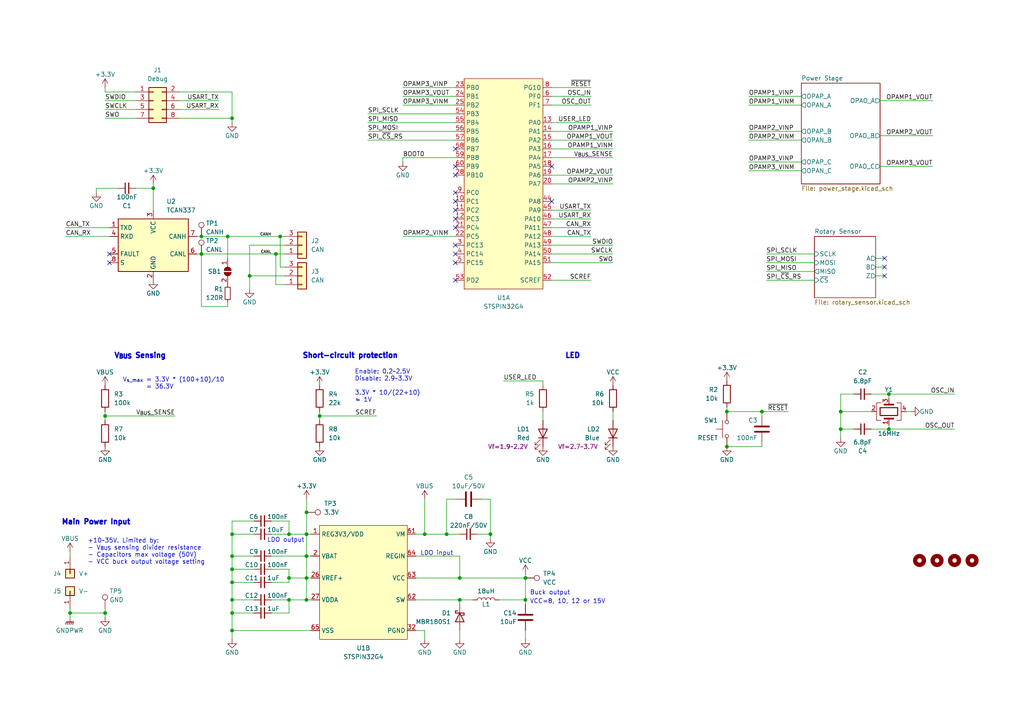
<source format=kicad_sch>
(kicad_sch (version 20230121) (generator eeschema)
  (paper "A4")
  (title_block (title "moco-SC1") (rev "1.0") (comment 1 "BLDC motor controller/driver") (comment 2 "STSPIN32G4 MCU/Gate driver and CSD88584Q5DC Dual N-MOSFET") (comment 3 "MIT license (Open source hardware)") (comment 4 "https://github.com/ziteh/moco"))
  (lib_symbols
    (symbol "Connector:TestPoint" (pin_numbers hide) (pin_names (offset 0.762) hide)
      (property "Reference" "TP" (at 0 6.858 0))
      (property "Value" "TestPoint" (at 0 5.08 0))
      (symbol "TestPoint_1_1"
        (pin passive line (at 0 0 90) (length 2.54) (name "1") (number "1"))
      )
    )
    (symbol "Connector_Generic:Conn_01x01" (pin_names (offset 1.016) hide)
      (property "Reference" "J" (at 0 2.54 0))
      (property "Value" "Conn_01x01" (at 0 -2.54 0))
      (symbol "Conn_01x01_1_1"
        (pin passive line (at -5.08 0 0) (length 3.81) (name "Pin_1") (number "1"))
      )
    )
    (symbol "Connector_Generic:Conn_01x03" (pin_names (offset 1.016) hide)
      (property "Reference" "J" (at 0 5.08 0))
      (property "Value" "Conn_01x03" (at 0 -5.08 0))
      (symbol "Conn_01x03_1_1"
        (pin passive line (at -5.08 2.54 0) (length 3.81) (name "Pin_1") (number "1"))
        (pin passive line (at -5.08 0 0) (length 3.81) (name "Pin_2") (number "2"))
        (pin passive line (at -5.08 -2.54 0) (length 3.81) (name "Pin_3") (number "3"))
      )
    )
    (symbol "Connector_Generic:Conn_02x04_Odd_Even" (pin_names (offset 1.016) hide)
      (property "Reference" "J" (at 1.27 5.08 0))
      (property "Value" "Conn_02x04_Odd_Even" (at 1.27 -7.62 0))
      (symbol "Conn_02x04_Odd_Even_1_1"
        (pin passive line (at -5.08 2.54 0) (length 3.81) (name "Pin_1") (number "1"))
        (pin passive line (at 7.62 2.54 180) (length 3.81) (name "Pin_2") (number "2"))
        (pin passive line (at -5.08 0 0) (length 3.81) (name "Pin_3") (number "3"))
        (pin passive line (at 7.62 0 180) (length 3.81) (name "Pin_4") (number "4"))
        (pin passive line (at -5.08 -2.54 0) (length 3.81) (name "Pin_5") (number "5"))
        (pin passive line (at 7.62 -2.54 180) (length 3.81) (name "Pin_6") (number "6"))
        (pin passive line (at -5.08 -5.08 0) (length 3.81) (name "Pin_7") (number "7"))
        (pin passive line (at 7.62 -5.08 180) (length 3.81) (name "Pin_8") (number "8"))
      )
    )
    (symbol "Device:C" (pin_numbers hide) (pin_names (offset 0.254))
      (property "Reference" "C" (at 0.635 2.54 0))
      (property "Value" "C" (at 0.635 -2.54 0))
      (symbol "C_1_1"
        (pin passive line (at 0 3.81 270) (length 2.794) (name "~") (number "1"))
        (pin passive line (at 0 -3.81 90) (length 2.794) (name "~") (number "2"))
      )
    )
    (symbol "Device:C_Small" (pin_numbers hide) (pin_names (offset 0.254) hide)
      (property "Reference" "C" (at 0.254 1.778 0))
      (property "Value" "C_Small" (at 0.254 -2.032 0))
      (symbol "C_Small_1_1"
        (pin passive line (at 0 2.54 270) (length 2.032) (name "~") (number "1"))
        (pin passive line (at 0 -2.54 90) (length 2.032) (name "~") (number "2"))
      )
    )
    (symbol "Device:Crystal_GND24" (pin_names (offset 1.016) hide)
      (property "Reference" "Y" (at 3.175 5.08 0))
      (property "Value" "Crystal_GND24" (at 3.175 3.175 0))
      (symbol "Crystal_GND24_1_1"
        (pin passive line (at -3.81 0 0) (length 1.27) (name "1") (number "1"))
        (pin passive line (at 0 5.08 270) (length 1.27) (name "2") (number "2"))
        (pin passive line (at 3.81 0 180) (length 1.27) (name "3") (number "3"))
        (pin passive line (at 0 -5.08 90) (length 1.27) (name "4") (number "4"))
      )
    )
    (symbol "Device:L" (pin_numbers hide) (pin_names (offset 1.016) hide)
      (property "Reference" "L" (at -1.27 0 90))
      (property "Value" "L" (at 1.905 0 90))
      (symbol "L_1_1"
        (pin passive line (at 0 3.81 270) (length 1.27) (name "1") (number "1"))
        (pin passive line (at 0 -3.81 90) (length 1.27) (name "2") (number "2"))
      )
    )
    (symbol "Device:LED" (pin_numbers hide) (pin_names (offset 1.016) hide)
      (property "Reference" "D" (at 0 2.54 0))
      (property "Value" "LED" (at 0 -2.54 0))
      (symbol "LED_1_1"
        (pin passive line (at -3.81 0 0) (length 2.54) (name "K") (number "1"))
        (pin passive line (at 3.81 0 180) (length 2.54) (name "A") (number "2"))
      )
    )
    (symbol "Device:R" (pin_numbers hide) (pin_names (offset 0))
      (property "Reference" "R" (at 2.032 0 90))
      (property "Value" "R" (at 0 0 90))
      (symbol "R_1_1"
        (pin passive line (at 0 3.81 270) (length 1.27) (name "~") (number "1"))
        (pin passive line (at 0 -3.81 90) (length 1.27) (name "~") (number "2"))
      )
    )
    (symbol "Device:R_Small" (pin_numbers hide) (pin_names (offset 0.254) hide)
      (property "Reference" "R" (at 0.762 0.508 0))
      (property "Value" "R_Small" (at 0.762 -1.016 0))
      (symbol "R_Small_1_1"
        (pin passive line (at 0 2.54 270) (length 0.762) (name "~") (number "1"))
        (pin passive line (at 0 -2.54 90) (length 0.762) (name "~") (number "2"))
      )
    )
    (symbol "Diode:1N6857UR" (pin_numbers hide) (pin_names (offset 1.016) hide)
      (property "Reference" "D" (at 0 2.54 0))
      (property "Value" "1N6857UR" (at 0 -2.54 0))
      (symbol "1N6857UR_1_1"
        (pin passive line (at -3.81 0 0) (length 2.54) (name "K") (number "1"))
        (pin passive line (at 3.81 0 180) (length 2.54) (name "A") (number "2"))
      )
    )
    (symbol "Interface_CAN_LIN:TCAN337"
      (property "Reference" "U" (at -10.16 8.89 0))
      (property "Value" "TCAN337" (at 2.54 8.89 0))
      (symbol "TCAN337_1_1"
        (pin input line (at -12.7 5.08 0) (length 2.54) (name "TXD") (number "1"))
        (pin power_in line (at 0 -10.16 90) (length 2.54) (name "GND") (number "2"))
        (pin power_in line (at 0 10.16 270) (length 2.54) (name "VCC") (number "3"))
        (pin tri_state line (at -12.7 2.54 0) (length 2.54) (name "RXD") (number "4"))
        (pin open_collector line (at -12.7 -2.54 0) (length 2.54) (name "FAULT") (number "5"))
        (pin bidirectional line (at 12.7 -2.54 180) (length 2.54) (name "CANL") (number "6"))
        (pin bidirectional line (at 12.7 2.54 180) (length 2.54) (name "CANH") (number "7"))
        (pin input line (at -12.7 -5.08 0) (length 2.54) (name "S") (number "8"))
      )
    )
    (symbol "Jumper:SolderJumper_2_Open" (pin_names (offset 0) hide)
      (property "Reference" "JP" (at 0 2.032 0))
      (property "Value" "SolderJumper_2_Open" (at 0 -2.54 0))
      (symbol "SolderJumper_2_Open_1_1"
        (pin passive line (at -3.81 0 0) (length 2.54) (name "A") (number "1"))
        (pin passive line (at 3.81 0 180) (length 2.54) (name "B") (number "2"))
      )
    )
    (symbol "Mechanical:MountingHole" (pin_names (offset 1.016))
      (property "Reference" "H" (at 0 5.08 0))
      (property "Value" "MountingHole" (at 0 3.175 0))
    )
    (symbol "STSPIN32G4_1"
      (property "Reference" "U" (at 0 -12.7 0))
      (property "Value" "STSPIN32G4" (at 0 -15.24 0))
      (symbol "STSPIN32G4_1_1_0"
        (pin bidirectional line (at -13.97 -5.08 0) (length 2.54) (name "PC1") (number "10"))
        (pin bidirectional line (at -13.97 -7.62 0) (length 2.54) (name "PC2") (number "11"))
        (pin bidirectional line (at -13.97 -10.16 0) (length 2.54) (name "PC3") (number "12"))
        (pin bidirectional line (at 13.97 17.78 180) (length 2.54) (name "PA0") (number "13"))
        (pin bidirectional line (at 13.97 15.24 180) (length 2.54) (name "PA1") (number "14"))
        (pin bidirectional line (at 13.97 12.7 180) (length 2.54) (name "PA2") (number "15"))
        (pin bidirectional line (at 13.97 10.16 180) (length 2.54) (name "PA3") (number "16"))
        (pin bidirectional line (at 13.97 7.62 180) (length 2.54) (name "PA4") (number "17"))
        (pin bidirectional line (at 13.97 5.08 180) (length 2.54) (name "PA5") (number "18"))
        (pin bidirectional line (at 13.97 2.54 180) (length 2.54) (name "PA6") (number "19"))
        (pin bidirectional line (at 13.97 0 180) (length 2.54) (name "PA7") (number "20"))
        (pin bidirectional line (at -13.97 -12.7 0) (length 2.54) (name "PC4") (number "21"))
        (pin bidirectional line (at -13.97 -15.24 0) (length 2.54) (name "PC5") (number "22"))
        (pin bidirectional line (at -13.97 27.94 0) (length 2.54) (name "PB0") (number "23"))
        (pin bidirectional line (at -13.97 25.4 0) (length 2.54) (name "PB1") (number "24"))
        (pin bidirectional line (at -13.97 22.86 0) (length 2.54) (name "PB2") (number "25"))
        (pin bidirectional line (at -13.97 2.54 0) (length 2.54) (name "PB10") (number "28"))
        (pin bidirectional line (at -13.97 -17.78 0) (length 2.54) (name "PC13") (number "3"))
        (pin no_connect line (at -1.27 -33.02 90) (length 2.54) hide (name "NC") (number "33"))
        (pin no_connect line (at 1.27 -33.02 90) (length 2.54) hide (name "NC") (number "34"))
        (pin bidirectional line (at -13.97 -20.32 0) (length 2.54) (name "PC14") (number "4"))
        (pin bidirectional line (at 13.97 -5.08 180) (length 2.54) (name "PA8") (number "44"))
        (pin bidirectional line (at 13.97 -7.62 180) (length 2.54) (name "PA9") (number "45"))
        (pin bidirectional line (at 13.97 -10.16 180) (length 2.54) (name "PA10") (number "46"))
        (pin bidirectional line (at 13.97 -12.7 180) (length 2.54) (name "PA11") (number "47"))
        (pin bidirectional line (at 13.97 -15.24 180) (length 2.54) (name "PA12") (number "48"))
        (pin bidirectional line (at 13.97 -17.78 180) (length 2.54) (name "PA13") (number "49"))
        (pin bidirectional line (at -13.97 -22.86 0) (length 2.54) (name "PC15") (number "5"))
        (pin bidirectional line (at 13.97 -20.32 180) (length 2.54) (name "PA14") (number "50"))
        (pin bidirectional line (at 13.97 -22.86 180) (length 2.54) (name "PA15") (number "51"))
        (pin bidirectional line (at 13.97 -27.94 180) (length 2.54) (name "SCREF") (number "52"))
        (pin bidirectional line (at -13.97 -27.94 0) (length 2.54) (name "PD2") (number "53"))
        (pin bidirectional line (at -13.97 20.32 0) (length 2.54) (name "PB3") (number "54"))
        (pin bidirectional line (at -13.97 17.78 0) (length 2.54) (name "PB4") (number "55"))
        (pin bidirectional line (at -13.97 15.24 0) (length 2.54) (name "PB5") (number "56"))
        (pin bidirectional line (at -13.97 12.7 0) (length 2.54) (name "PB6") (number "57"))
        (pin bidirectional line (at -13.97 10.16 0) (length 2.54) (name "PB7") (number "58"))
        (pin bidirectional line (at -13.97 7.62 0) (length 2.54) (name "PB8") (number "59"))
        (pin bidirectional line (at 13.97 25.4 180) (length 2.54) (name "PF0") (number "6"))
        (pin bidirectional line (at -13.97 5.08 0) (length 2.54) (name "PB9") (number "60"))
        (pin bidirectional line (at 13.97 22.86 180) (length 2.54) (name "PF1") (number "7"))
        (pin bidirectional line (at 13.97 27.94 180) (length 2.54) (name "PG10") (number "8"))
        (pin bidirectional line (at -13.97 -2.54 0) (length 2.54) (name "PC0") (number "9"))
      )
      (symbol "STSPIN32G4_1_2_0"
        (pin power_out line (at -15.24 13.97 0) (length 2.54) (name "REG3V3/VDD") (number "1"))
        (pin power_in line (at -15.24 7.62 0) (length 2.54) (name "VBAT") (number "2"))
        (pin power_in line (at -15.24 1.27 0) (length 2.54) (name "VREF+") (number "26"))
        (pin power_in line (at -15.24 -5.08 0) (length 2.54) (name "VDDA") (number "27"))
        (pin power_in line (at 15.24 -13.97 180) (length 2.54) (name "PGND") (number "32"))
        (pin power_in line (at 15.24 13.97 180) (length 2.54) (name "VM") (number "61"))
        (pin power_out line (at 15.24 -5.08 180) (length 2.54) (name "SW") (number "62"))
        (pin power_in line (at 15.24 1.27 180) (length 2.54) (name "VCC") (number "63"))
        (pin power_in line (at 15.24 7.62 180) (length 2.54) (name "REGIN") (number "64"))
        (pin power_in line (at -15.24 -13.97 0) (length 2.54) (name "VSS") (number "65"))
      )
      (symbol "STSPIN32G4_1_3_0"
        (pin output line (at 8.89 -7.62 180) (length 2.54) (name "GLS1") (number "29"))
        (pin power_out line (at 8.89 7.62 180) (length 2.54) (name "BOOT1") (number "41"))
        (pin power_out line (at 8.89 -2.54 180) (length 2.54) (name "OUT1") (number "42"))
        (pin output line (at 8.89 2.54 180) (length 2.54) (name "GHS1") (number "43"))
      )
      (symbol "STSPIN32G4_1_4_0"
        (pin output line (at 8.89 -7.62 180) (length 2.54) (name "GLS2") (number "30"))
        (pin power_out line (at 8.89 7.62 180) (length 2.54) (name "BOOT2") (number "38"))
        (pin power_out line (at 8.89 -2.54 180) (length 2.54) (name "OUT2") (number "39"))
        (pin output line (at 8.89 2.54 180) (length 2.54) (name "GHS2") (number "40"))
      )
      (symbol "STSPIN32G4_1_5_0"
        (pin output line (at 8.89 -7.62 180) (length 2.54) (name "GLS3") (number "31"))
        (pin power_out line (at 8.89 7.62 180) (length 2.54) (name "BOOT3") (number "35"))
        (pin power_out line (at 8.89 -2.54 180) (length 2.54) (name "OUT3") (number "36"))
        (pin output line (at 8.89 2.54 180) (length 2.54) (name "GHS3") (number "37"))
      )
    )
    (symbol "Switch:SW_Push" (pin_numbers hide) (pin_names (offset 1.016) hide)
      (property "Reference" "SW" (at 1.27 2.54 0))
      (property "Value" "SW_Push" (at 0 -1.524 0))
      (symbol "SW_Push_0_1"
        (pin passive line (at -5.08 0 0) (length 2.54) (name "1") (number "1"))
        (pin passive line (at 5.08 0 180) (length 2.54) (name "2") (number "2"))
      )
    )
    (symbol "moco:STSPIN32G4"
      (property "Reference" "U" (at 0 -12.7 0))
      (property "Value" "STSPIN32G4" (at 0 -15.24 0))
      (symbol "STSPIN32G4_1_0"
        (pin bidirectional line (at -13.97 -5.08 0) (length 2.54) (name "PC1") (number "10"))
        (pin bidirectional line (at -13.97 -7.62 0) (length 2.54) (name "PC2") (number "11"))
        (pin bidirectional line (at -13.97 -10.16 0) (length 2.54) (name "PC3") (number "12"))
        (pin bidirectional line (at 13.97 17.78 180) (length 2.54) (name "PA0") (number "13"))
        (pin bidirectional line (at 13.97 15.24 180) (length 2.54) (name "PA1") (number "14"))
        (pin bidirectional line (at 13.97 12.7 180) (length 2.54) (name "PA2") (number "15"))
        (pin bidirectional line (at 13.97 10.16 180) (length 2.54) (name "PA3") (number "16"))
        (pin bidirectional line (at 13.97 7.62 180) (length 2.54) (name "PA4") (number "17"))
        (pin bidirectional line (at 13.97 5.08 180) (length 2.54) (name "PA5") (number "18"))
        (pin bidirectional line (at 13.97 2.54 180) (length 2.54) (name "PA6") (number "19"))
        (pin bidirectional line (at 13.97 0 180) (length 2.54) (name "PA7") (number "20"))
        (pin bidirectional line (at -13.97 -12.7 0) (length 2.54) (name "PC4") (number "21"))
        (pin bidirectional line (at -13.97 -15.24 0) (length 2.54) (name "PC5") (number "22"))
        (pin bidirectional line (at -13.97 27.94 0) (length 2.54) (name "PB0") (number "23"))
        (pin bidirectional line (at -13.97 25.4 0) (length 2.54) (name "PB1") (number "24"))
        (pin bidirectional line (at -13.97 22.86 0) (length 2.54) (name "PB2") (number "25"))
        (pin bidirectional line (at -13.97 2.54 0) (length 2.54) (name "PB10") (number "28"))
        (pin bidirectional line (at -13.97 -17.78 0) (length 2.54) (name "PC13") (number "3"))
        (pin no_connect line (at -1.27 -33.02 90) (length 2.54) hide (name "NC") (number "33"))
        (pin no_connect line (at 1.27 -33.02 90) (length 2.54) hide (name "NC") (number "34"))
        (pin bidirectional line (at -13.97 -20.32 0) (length 2.54) (name "PC14") (number "4"))
        (pin bidirectional line (at 13.97 -5.08 180) (length 2.54) (name "PA8") (number "44"))
        (pin bidirectional line (at 13.97 -7.62 180) (length 2.54) (name "PA9") (number "45"))
        (pin bidirectional line (at 13.97 -10.16 180) (length 2.54) (name "PA10") (number "46"))
        (pin bidirectional line (at 13.97 -12.7 180) (length 2.54) (name "PA11") (number "47"))
        (pin bidirectional line (at 13.97 -15.24 180) (length 2.54) (name "PA12") (number "48"))
        (pin bidirectional line (at 13.97 -17.78 180) (length 2.54) (name "PA13") (number "49"))
        (pin bidirectional line (at -13.97 -22.86 0) (length 2.54) (name "PC15") (number "5"))
        (pin bidirectional line (at 13.97 -20.32 180) (length 2.54) (name "PA14") (number "50"))
        (pin bidirectional line (at 13.97 -22.86 180) (length 2.54) (name "PA15") (number "51"))
        (pin bidirectional line (at 13.97 -27.94 180) (length 2.54) (name "SCREF") (number "52"))
        (pin bidirectional line (at -13.97 -27.94 0) (length 2.54) (name "PD2") (number "53"))
        (pin bidirectional line (at -13.97 20.32 0) (length 2.54) (name "PB3") (number "54"))
        (pin bidirectional line (at -13.97 17.78 0) (length 2.54) (name "PB4") (number "55"))
        (pin bidirectional line (at -13.97 15.24 0) (length 2.54) (name "PB5") (number "56"))
        (pin bidirectional line (at -13.97 12.7 0) (length 2.54) (name "PB6") (number "57"))
        (pin bidirectional line (at -13.97 10.16 0) (length 2.54) (name "PB7") (number "58"))
        (pin bidirectional line (at -13.97 7.62 0) (length 2.54) (name "PB8") (number "59"))
        (pin bidirectional line (at 13.97 25.4 180) (length 2.54) (name "PF0") (number "6"))
        (pin bidirectional line (at -13.97 5.08 0) (length 2.54) (name "PB9") (number "60"))
        (pin bidirectional line (at 13.97 22.86 180) (length 2.54) (name "PF1") (number "7"))
        (pin bidirectional line (at 13.97 27.94 180) (length 2.54) (name "PG10") (number "8"))
        (pin bidirectional line (at -13.97 -2.54 0) (length 2.54) (name "PC0") (number "9"))
      )
      (symbol "STSPIN32G4_2_0"
        (pin power_out line (at -15.24 13.97 0) (length 2.54) (name "REG3V3/VDD") (number "1"))
        (pin power_in line (at -15.24 7.62 0) (length 2.54) (name "VBAT") (number "2"))
        (pin power_in line (at -15.24 1.27 0) (length 2.54) (name "VREF+") (number "26"))
        (pin power_in line (at -15.24 -5.08 0) (length 2.54) (name "VDDA") (number "27"))
        (pin power_in line (at 15.24 -13.97 180) (length 2.54) (name "PGND") (number "32"))
        (pin power_in line (at 15.24 13.97 180) (length 2.54) (name "VM") (number "61"))
        (pin power_out line (at 15.24 -5.08 180) (length 2.54) (name "SW") (number "62"))
        (pin power_in line (at 15.24 1.27 180) (length 2.54) (name "VCC") (number "63"))
        (pin power_in line (at 15.24 7.62 180) (length 2.54) (name "REGIN") (number "64"))
        (pin power_in line (at -15.24 -13.97 0) (length 2.54) (name "VSS") (number "65"))
      )
      (symbol "STSPIN32G4_3_0"
        (pin output line (at 8.89 -7.62 180) (length 2.54) (name "GLS1") (number "29"))
        (pin power_out line (at 8.89 7.62 180) (length 2.54) (name "BOOT1") (number "41"))
        (pin power_out line (at 8.89 -2.54 180) (length 2.54) (name "OUT1") (number "42"))
        (pin output line (at 8.89 2.54 180) (length 2.54) (name "GHS1") (number "43"))
      )
      (symbol "STSPIN32G4_4_0"
        (pin output line (at 8.89 -7.62 180) (length 2.54) (name "GLS2") (number "30"))
        (pin power_out line (at 8.89 7.62 180) (length 2.54) (name "BOOT2") (number "38"))
        (pin power_out line (at 8.89 -2.54 180) (length 2.54) (name "OUT2") (number "39"))
        (pin output line (at 8.89 2.54 180) (length 2.54) (name "GHS2") (number "40"))
      )
      (symbol "STSPIN32G4_5_0"
        (pin output line (at 8.89 -7.62 180) (length 2.54) (name "GLS3") (number "31"))
        (pin power_out line (at 8.89 7.62 180) (length 2.54) (name "BOOT3") (number "35"))
        (pin power_out line (at 8.89 -2.54 180) (length 2.54) (name "OUT3") (number "36"))
        (pin output line (at 8.89 2.54 180) (length 2.54) (name "GHS3") (number "37"))
      )
    )
    (symbol "power:+3.3V" (power) (pin_names (offset 0))
      (property "Value" "+3.3V" (at 0 3.556 0))
      (symbol "+3.3V_1_1"
        (pin power_in line (at 0 0 90) (length 0) hide (name "+3.3V") (number "1"))
      )
    )
    (symbol "power:GND" (power) (pin_names (offset 0))
      (property "Value" "GND" (at 0 -3.81 0))
      (symbol "GND_1_1"
        (pin power_in line (at 0 0 270) (length 0) hide (name "GND") (number "1"))
      )
    )
    (symbol "power:GNDPWR" (power) (pin_names (offset 0))
      (property "Value" "GNDPWR" (at 0 -3.302 0))
      (symbol "GNDPWR_1_1"
        (pin power_in line (at 0 0 270) (length 0) hide (name "GNDPWR") (number "1"))
      )
    )
    (symbol "power:VBUS" (power) (pin_names (offset 0))
      (property "Value" "VBUS" (at 0 3.81 0))
      (symbol "VBUS_1_1"
        (pin power_in line (at 0 0 90) (length 0) hide (name "VBUS") (number "1"))
      )
    )
    (symbol "power:VCC" (power) (pin_names (offset 0))
      (property "Value" "VCC" (at 0 3.81 0))
      (symbol "VCC_1_1"
        (pin power_in line (at 0 0 90) (length 0) hide (name "VCC") (number "1"))
      )
    )
  )
  (junction (at 123.19 154.94))
  (junction (at 30.48 120.65))
  (junction (at 88.9 173.99))
  (junction (at 67.31 173.99))
  (junction (at 220.98 119.38))
  (junction (at 210.82 129.54))
  (junction (at 88.9 161.29))
  (junction (at 30.48 177.8))
  (junction (at 72.39 80.01))
  (junction (at 129.54 154.94))
  (junction (at 257.81 124.46))
  (junction (at 81.28 68.58))
  (junction (at 80.01 73.66))
  (junction (at 142.24 154.94))
  (junction (at 83.82 173.99))
  (junction (at 67.31 165.1))
  (junction (at 67.31 154.94))
  (junction (at 83.82 167.64))
  (junction (at 257.81 114.3))
  (junction (at 133.35 167.64))
  (junction (at 67.31 34.29))
  (junction (at 67.31 168.91))
  (junction (at 92.71 120.65))
  (junction (at 67.31 161.29))
  (junction (at 83.82 154.94))
  (junction (at 152.4 167.64))
  (junction (at 152.4 173.99))
  (junction (at 133.35 173.99))
  (junction (at 88.9 154.94))
  (junction (at 88.9 167.64))
  (junction (at 58.42 73.66))
  (junction (at 67.31 177.8))
  (junction (at 210.82 119.38))
  (junction (at 243.84 119.38))
  (junction (at 44.45 54.61))
  (junction (at 67.31 182.88))
  (junction (at 243.84 124.46))
  (junction (at 58.42 68.58))
  (junction (at 88.9 148.59))
  (junction (at 20.32 177.8))
  (junction (at 66.04 68.58))
  (no_connect (at 256.54 74.93))
  (no_connect (at 132.08 50.8))
  (no_connect (at 31.75 73.66))
  (no_connect (at 132.08 55.88))
  (no_connect (at 132.08 60.96))
  (no_connect (at 132.08 81.28))
  (no_connect (at 132.08 58.42))
  (no_connect (at 256.54 77.47))
  (no_connect (at 132.08 66.04))
  (no_connect (at 132.08 48.26))
  (no_connect (at 132.08 43.18))
  (no_connect (at 132.08 63.5))
  (no_connect (at 132.08 73.66))
  (no_connect (at 132.08 71.12))
  (no_connect (at 31.75 76.2))
  (no_connect (at 256.54 80.01))
  (no_connect (at 132.08 76.2))
  (no_connect (at 160.02 58.42))
  (no_connect (at 160.02 48.26))
  (wire (pts (xy 67.31 161.29) (xy 67.31 165.1)))
  (wire (pts (xy 106.68 33.02) (xy 132.08 33.02)))
  (wire (pts (xy 66.04 68.58) (xy 81.28 68.58)))
  (wire (pts (xy 254 77.47) (xy 256.54 77.47)))
  (wire (pts (xy 30.48 177.8) (xy 30.48 176.53)))
  (wire (pts (xy 217.17 40.64) (xy 232.41 40.64)))
  (wire (pts (xy 67.31 173.99) (xy 67.31 177.8)))
  (wire (pts (xy 123.19 144.78) (xy 123.19 154.94)))
  (wire (pts (xy 120.65 161.29) (xy 133.35 161.29)))
  (wire (pts (xy 243.84 127) (xy 243.84 124.46)))
  (wire (pts (xy 67.31 154.94) (xy 73.66 154.94)))
  (wire (pts (xy 27.94 54.61) (xy 27.94 55.88)))
  (wire (pts (xy 133.35 167.64) (xy 152.4 167.64)))
  (wire (pts (xy 83.82 154.94) (xy 88.9 154.94)))
  (wire (pts (xy 67.31 165.1) (xy 67.31 168.91)))
  (wire (pts (xy 31.75 68.58) (xy 19.05 68.58)))
  (wire (pts (xy 177.8 121.92) (xy 177.8 119.38)))
  (wire (pts (xy 255.27 39.37) (xy 270.51 39.37)))
  (wire (pts (xy 72.39 80.01) (xy 72.39 83.82)))
  (wire (pts (xy 133.35 175.26) (xy 133.35 173.99)))
  (wire (pts (xy 133.35 161.29) (xy 133.35 167.64)))
  (wire (pts (xy 133.35 173.99) (xy 137.16 173.99)))
  (wire (pts (xy 67.31 177.8) (xy 67.31 182.88)))
  (wire (pts (xy 160.02 53.34) (xy 177.8 53.34)))
  (wire (pts (xy 217.17 38.1) (xy 232.41 38.1)))
  (wire (pts (xy 160.02 66.04) (xy 171.45 66.04)))
  (wire (pts (xy 160.02 60.96) (xy 171.45 60.96)))
  (wire (pts (xy 222.25 76.2) (xy 236.22 76.2)))
  (wire (pts (xy 152.4 167.64) (xy 152.4 173.99)))
  (wire (pts (xy 142.24 154.94) (xy 138.43 154.94)))
  (wire (pts (xy 257.81 124.46) (xy 276.86 124.46)))
  (wire (pts (xy 78.74 154.94) (xy 83.82 154.94)))
  (wire (pts (xy 80.01 82.55) (xy 82.55 82.55)))
  (wire (pts (xy 66.04 68.58) (xy 66.04 74.93)))
  (wire (pts (xy 81.28 77.47) (xy 81.28 68.58)))
  (wire (pts (xy 217.17 27.94) (xy 232.41 27.94)))
  (wire (pts (xy 63.5 31.75) (xy 52.07 31.75)))
  (wire (pts (xy 20.32 179.07) (xy 20.32 177.8)))
  (wire (pts (xy 160.02 50.8) (xy 177.8 50.8)))
  (wire (pts (xy 160.02 45.72) (xy 177.8 45.72)))
  (wire (pts (xy 160.02 35.56) (xy 171.45 35.56)))
  (wire (pts (xy 133.35 185.42) (xy 133.35 182.88)))
  (wire (pts (xy 210.82 119.38) (xy 220.98 119.38)))
  (wire (pts (xy 120.65 173.99) (xy 133.35 173.99)))
  (wire (pts (xy 30.48 179.07) (xy 30.48 177.8)))
  (wire (pts (xy 44.45 54.61) (xy 44.45 60.96)))
  (wire (pts (xy 58.42 68.58) (xy 66.04 68.58)))
  (wire (pts (xy 52.07 26.67) (xy 67.31 26.67)))
  (wire (pts (xy 88.9 154.94) (xy 90.17 154.94)))
  (wire (pts (xy 222.25 81.28) (xy 236.22 81.28)))
  (wire (pts (xy 255.27 48.26) (xy 270.51 48.26)))
  (wire (pts (xy 160.02 76.2) (xy 177.8 76.2)))
  (wire (pts (xy 254 74.93) (xy 256.54 74.93)))
  (wire (pts (xy 106.68 35.56) (xy 132.08 35.56)))
  (wire (pts (xy 120.65 154.94) (xy 123.19 154.94)))
  (wire (pts (xy 160.02 71.12) (xy 177.8 71.12)))
  (wire (pts (xy 142.24 156.21) (xy 142.24 154.94)))
  (wire (pts (xy 144.78 173.99) (xy 152.4 173.99)))
  (wire (pts (xy 88.9 144.78) (xy 88.9 148.59)))
  (wire (pts (xy 83.82 177.8) (xy 78.74 177.8)))
  (wire (pts (xy 133.35 154.94) (xy 129.54 154.94)))
  (wire (pts (xy 160.02 25.4) (xy 171.45 25.4)))
  (wire (pts (xy 67.31 182.88) (xy 90.17 182.88)))
  (wire (pts (xy 160.02 73.66) (xy 177.8 73.66)))
  (wire (pts (xy 39.37 54.61) (xy 44.45 54.61)))
  (wire (pts (xy 30.48 34.29) (xy 39.37 34.29)))
  (wire (pts (xy 243.84 119.38) (xy 243.84 124.46)))
  (wire (pts (xy 88.9 173.99) (xy 90.17 173.99)))
  (wire (pts (xy 217.17 46.99) (xy 232.41 46.99)))
  (wire (pts (xy 72.39 80.01) (xy 82.55 80.01)))
  (wire (pts (xy 58.42 73.66) (xy 58.42 88.9)))
  (wire (pts (xy 67.31 151.13) (xy 67.31 154.94)))
  (wire (pts (xy 88.9 161.29) (xy 90.17 161.29)))
  (wire (pts (xy 63.5 29.21) (xy 52.07 29.21)))
  (wire (pts (xy 160.02 63.5) (xy 171.45 63.5)))
  (wire (pts (xy 92.71 120.65) (xy 92.71 121.92)))
  (wire (pts (xy 67.31 182.88) (xy 67.31 185.42)))
  (wire (pts (xy 88.9 161.29) (xy 88.9 167.64)))
  (wire (pts (xy 78.74 161.29) (xy 88.9 161.29)))
  (wire (pts (xy 160.02 38.1) (xy 177.8 38.1)))
  (wire (pts (xy 67.31 35.56) (xy 67.31 34.29)))
  (wire (pts (xy 20.32 177.8) (xy 20.32 176.53)))
  (wire (pts (xy 81.28 68.58) (xy 82.55 68.58)))
  (wire (pts (xy 20.32 160.02) (xy 20.32 161.29)))
  (wire (pts (xy 257.81 114.3) (xy 257.81 115.57)))
  (wire (pts (xy 44.45 53.34) (xy 44.45 54.61)))
  (wire (pts (xy 72.39 71.12) (xy 82.55 71.12)))
  (wire (pts (xy 83.82 173.99) (xy 83.82 177.8)))
  (wire (pts (xy 30.48 25.4) (xy 30.48 26.67)))
  (wire (pts (xy 228.6 119.38) (xy 220.98 119.38)))
  (wire (pts (xy 142.24 144.78) (xy 142.24 154.94)))
  (wire (pts (xy 217.17 30.48) (xy 232.41 30.48)))
  (wire (pts (xy 34.29 54.61) (xy 27.94 54.61)))
  (wire (pts (xy 106.68 40.64) (xy 132.08 40.64)))
  (wire (pts (xy 139.7 144.78) (xy 142.24 144.78)))
  (wire (pts (xy 88.9 167.64) (xy 90.17 167.64)))
  (wire (pts (xy 257.81 114.3) (xy 276.86 114.3)))
  (wire (pts (xy 83.82 173.99) (xy 88.9 173.99)))
  (wire (pts (xy 67.31 168.91) (xy 67.31 173.99)))
  (wire (pts (xy 252.73 124.46) (xy 257.81 124.46)))
  (wire (pts (xy 152.4 166.37) (xy 152.4 167.64)))
  (wire (pts (xy 67.31 168.91) (xy 73.66 168.91)))
  (wire (pts (xy 243.84 114.3) (xy 243.84 119.38)))
  (wire (pts (xy 30.48 119.38) (xy 30.48 120.65)))
  (wire (pts (xy 106.68 38.1) (xy 132.08 38.1)))
  (wire (pts (xy 116.84 45.72) (xy 132.08 45.72)))
  (wire (pts (xy 88.9 167.64) (xy 88.9 173.99)))
  (wire (pts (xy 83.82 167.64) (xy 88.9 167.64)))
  (wire (pts (xy 220.98 120.65) (xy 220.98 119.38)))
  (wire (pts (xy 257.81 124.46) (xy 257.81 123.19)))
  (wire (pts (xy 83.82 168.91) (xy 78.74 168.91)))
  (wire (pts (xy 67.31 26.67) (xy 67.31 34.29)))
  (wire (pts (xy 243.84 124.46) (xy 247.65 124.46)))
  (wire (pts (xy 67.31 177.8) (xy 73.66 177.8)))
  (wire (pts (xy 83.82 165.1) (xy 78.74 165.1)))
  (wire (pts (xy 83.82 165.1) (xy 83.82 167.64)))
  (wire (pts (xy 57.15 68.58) (xy 58.42 68.58)))
  (wire (pts (xy 210.82 129.54) (xy 220.98 129.54)))
  (wire (pts (xy 222.25 73.66) (xy 236.22 73.66)))
  (wire (pts (xy 82.55 77.47) (xy 81.28 77.47)))
  (wire (pts (xy 129.54 154.94) (xy 123.19 154.94)))
  (wire (pts (xy 210.82 118.11) (xy 210.82 119.38)))
  (wire (pts (xy 80.01 73.66) (xy 82.55 73.66)))
  (wire (pts (xy 264.16 119.38) (xy 262.89 119.38)))
  (wire (pts (xy 160.02 81.28) (xy 171.45 81.28)))
  (wire (pts (xy 160.02 40.64) (xy 177.8 40.64)))
  (wire (pts (xy 83.82 173.99) (xy 78.74 173.99)))
  (wire (pts (xy 66.04 88.9) (xy 66.04 87.63)))
  (wire (pts (xy 83.82 151.13) (xy 83.82 154.94)))
  (wire (pts (xy 254 80.01) (xy 256.54 80.01)))
  (wire (pts (xy 66.04 88.9) (xy 58.42 88.9)))
  (wire (pts (xy 160.02 30.48) (xy 171.45 30.48)))
  (wire (pts (xy 255.27 29.21) (xy 270.51 29.21)))
  (wire (pts (xy 116.84 68.58) (xy 132.08 68.58)))
  (wire (pts (xy 157.48 110.49) (xy 157.48 111.76)))
  (wire (pts (xy 67.31 165.1) (xy 73.66 165.1)))
  (wire (pts (xy 116.84 25.4) (xy 132.08 25.4)))
  (wire (pts (xy 243.84 119.38) (xy 252.73 119.38)))
  (wire (pts (xy 30.48 31.75) (xy 39.37 31.75)))
  (wire (pts (xy 67.31 161.29) (xy 73.66 161.29)))
  (wire (pts (xy 67.31 173.99) (xy 73.66 173.99)))
  (wire (pts (xy 19.05 66.04) (xy 31.75 66.04)))
  (wire (pts (xy 83.82 151.13) (xy 78.74 151.13)))
  (wire (pts (xy 160.02 68.58) (xy 171.45 68.58)))
  (wire (pts (xy 20.32 177.8) (xy 30.48 177.8)))
  (wire (pts (xy 72.39 71.12) (xy 72.39 80.01)))
  (wire (pts (xy 30.48 29.21) (xy 39.37 29.21)))
  (wire (pts (xy 152.4 185.42) (xy 152.4 182.88)))
  (wire (pts (xy 217.17 49.53) (xy 232.41 49.53)))
  (wire (pts (xy 92.71 119.38) (xy 92.71 120.65)))
  (wire (pts (xy 132.08 144.78) (xy 129.54 144.78)))
  (wire (pts (xy 129.54 144.78) (xy 129.54 154.94)))
  (wire (pts (xy 116.84 46.99) (xy 116.84 45.72)))
  (wire (pts (xy 252.73 114.3) (xy 257.81 114.3)))
  (wire (pts (xy 116.84 30.48) (xy 132.08 30.48)))
  (wire (pts (xy 88.9 154.94) (xy 88.9 161.29)))
  (wire (pts (xy 30.48 26.67) (xy 39.37 26.67)))
  (wire (pts (xy 247.65 114.3) (xy 243.84 114.3)))
  (wire (pts (xy 123.19 185.42) (xy 123.19 182.88)))
  (wire (pts (xy 88.9 148.59) (xy 88.9 154.94)))
  (wire (pts (xy 132.08 27.94) (xy 116.84 27.94)))
  (wire (pts (xy 67.31 154.94) (xy 67.31 161.29)))
  (wire (pts (xy 52.07 34.29) (xy 67.31 34.29)))
  (wire (pts (xy 160.02 27.94) (xy 171.45 27.94)))
  (wire (pts (xy 30.48 120.65) (xy 30.48 121.92)))
  (wire (pts (xy 80.01 73.66) (xy 80.01 82.55)))
  (wire (pts (xy 120.65 167.64) (xy 133.35 167.64)))
  (wire (pts (xy 109.22 120.65) (xy 92.71 120.65)))
  (wire (pts (xy 152.4 175.26) (xy 152.4 173.99)))
  (wire (pts (xy 160.02 43.18) (xy 177.8 43.18)))
  (wire (pts (xy 57.15 73.66) (xy 58.42 73.66)))
  (wire (pts (xy 83.82 167.64) (xy 83.82 168.91)))
  (wire (pts (xy 50.8 120.65) (xy 30.48 120.65)))
  (wire (pts (xy 58.42 73.66) (xy 80.01 73.66)))
  (wire (pts (xy 67.31 151.13) (xy 73.66 151.13)))
  (wire (pts (xy 157.48 121.92) (xy 157.48 119.38)))
  (wire (pts (xy 146.05 110.49) (xy 157.48 110.49)))
  (wire (pts (xy 222.25 78.74) (xy 236.22 78.74)))
  (wire (pts (xy 123.19 182.88) (xy 120.65 182.88)))
  (wire (pts (xy 220.98 129.54) (xy 220.98 128.27)))
  (text "VCC=8, 10, 12 or 15V" (at 153.67 175.26 0) (effects (font (size 1.27 1.27)) (justify left bottom)))
  (text "+10~35V. Limited by:\n- V_{BUS} sensing divider resistance\n- Capacitors max voltage (50V)\n- VCC buck output voltage setting" (at 25.4 163.83 0) (effects (font (size 1.27 1.27)) (justify left bottom)))
  (text "Buck output" (at 153.67 172.72 0) (effects (font (size 1.27 1.27)) (justify left bottom)))
  (text "Short-circuit protection" (at 87.63 104.14 0) (effects (font (size 1.5 1.5) (thickness 0.4) bold) (justify left bottom)))
  (text "LDO output" (at 77.47 157.48 0) (effects (font (size 1.27 1.27)) (justify left bottom)))
  (text "LED" (at 163.83 104.14 0) (effects (font (size 1.5 1.5) (thickness 0.4) bold) (justify left bottom)))
  (text "V_{s_max} = 3.3V * (100+10)/10\n       = 36.3V" (at 35.56 113.03 0) (effects (font (size 1.27 1.27)) (justify left bottom)))
  (text "Main Power Input" (at 17.78 152.4 0) (effects (font (size 1.5 1.5) (thickness 0.4) bold) (justify left bottom)))
  (text "V_{BUS} Sensing" (at 33.02 104.14 0) (effects (font (size 1.5 1.5) (thickness 0.4) bold) (justify left bottom)))
  (text "LDO input" (at 121.92 161.29 0) (effects (font (size 1.27 1.27)) (justify left bottom)))
  (text "Enable: 0.2~2.5V\nDisable: 2.9~3.3V\n\n3.3V * 10/(22+10)\n≈ 1V" (at 102.87 116.84 0) (effects (font (size 1.27 1.27)) (justify left bottom)))
  (label "SCREF" (at 171.45 81.28 180))
  (label "SPI_MOSI" (at 106.68 38.1 0))
  (label "SPI_MISO" (at 222.25 78.74 0))
  (label "SWDIO" (at 30.48 29.21 0))
  (label "SPI_SCLK" (at 106.68 33.02 0))
  (label "BOOT0" (at 116.84 45.72 0))
  (label "USART_RX" (at 171.45 63.5 180))
  (label "USART_RX" (at 63.5 31.75 180))
  (label "OPAMP2_VINP" (at 217.17 38.1 0))
  (label "OPAMP1_VOUT" (at 177.8 40.64 180))
  (label "OPAMP2_VINM" (at 217.17 40.64 0))
  (label "OPAMP1_VINP" (at 217.17 27.94 0))
  (label "OPAMP3_VOUT" (at 116.84 27.94 0))
  (label "SPI_MOSI" (at 222.25 76.2 0))
  (label "USART_TX" (at 63.5 29.21 180))
  (label "SWO" (at 30.48 34.29 0))
  (label "OSC_IN" (at 171.45 27.94 180))
  (label "USER_LED" (at 171.45 35.56 180))
  (label "CANL" (at 78.74 73.66 180) (effects (font (size 0.8 0.8))))
  (label "USART_TX" (at 171.45 60.96 180))
  (label "OPAMP3_VINM" (at 116.84 30.48 0))
  (label "OPAMP1_VINP" (at 177.8 38.1 180))
  (label "OPAMP3_VINP" (at 116.84 25.4 0))
  (label "SWO" (at 177.8 76.2 180))
  (label "V_{BUS}_SENSE" (at 50.8 120.65 180))
  (label "V_{BUS}_SENSE" (at 177.8 45.72 180))
  (label "SPI_SCLK" (at 222.25 73.66 0))
  (label "SWDIO" (at 177.8 71.12 180))
  (label "SWCLK" (at 30.48 31.75 0))
  (label "OPAMP1_VINM" (at 217.17 30.48 0))
  (label "SPI_MISO" (at 106.68 35.56 0))
  (label "CANH" (at 78.74 68.58 180) (effects (font (size 0.8 0.8))))
  (label "SPI_~{CS}_RS" (at 222.25 81.28 0))
  (label "OPAMP3_VINP" (at 217.17 46.99 0))
  (label "CAN_RX" (at 171.45 66.04 180))
  (label "OPAMP1_VINM" (at 177.8 43.18 180))
  (label "CAN_TX" (at 19.05 66.04 0))
  (label "OSC_OUT" (at 276.86 124.46 180))
  (label "SCREF" (at 109.22 120.65 180))
  (label "OPAMP2_VOUT" (at 270.51 39.37 180))
  (label "USER_LED" (at 146.05 110.49 0))
  (label "CAN_TX" (at 171.45 68.58 180))
  (label "~{RESET}" (at 228.6 119.38 180))
  (label "OPAMP3_VOUT" (at 270.51 48.26 180))
  (label "SPI_~{CS}_RS" (at 106.68 40.64 0))
  (label "SWCLK" (at 177.8 73.66 180))
  (label "OPAMP2_VOUT" (at 177.8 50.8 180))
  (label "OPAMP3_VINM" (at 217.17 49.53 0))
  (label "OSC_OUT" (at 171.45 30.48 180))
  (label "OPAMP2_VINP" (at 177.8 53.34 180))
  (label "~{RESET}" (at 171.45 25.4 180))
  (label "CAN_RX" (at 19.05 68.58 0))
  (label "OPAMP2_VINM" (at 116.84 68.58 0))
  (label "OSC_IN" (at 276.86 114.3 180))
  (label "OPAMP1_VOUT" (at 270.51 29.21 180))
  (symbol (lib_id "power:GND") (at 157.48 129.54 0) (unit 1)
    (property "Reference" "#PWR016" (effects hide))
    (property "Value" "GND" (at 157.48 133.35 0))
  )
  (symbol (lib_id "power:GND") (at 67.31 185.42 0) (unit 1)
    (property "Reference" "#PWR026" (effects hide))
    (property "Value" "GND" (at 67.31 189.23 0))
  )
  (symbol (lib_id "Diode:1N6857UR") (at 133.35 179.07 90) (mirror x) (unit 1)
    (property "Reference" "D1" (at 130.81 177.8 90) (effects (justify left)))
    (property "Value" "MBR180S1" (at 130.81 180.34 90) (effects (justify left)))
    (property "Footprint" "Diode_SMD:D_SOD-123F" (effects hide))
    (property "Datasheet" "https://www.microsemi.com/document-portal/doc_download/131890-lds-0040-1-datasheet" (effects hide))
    (property "LCSC" "C526660" (effects hide))
    (property "MFR. Part#" "MBR180S1-7" (effects hide))
    (property "Alt." "STPS0560Z" (effects hide))
  )
  (symbol (lib_id "Connector:TestPoint") (at 30.48 176.53 0) (unit 1)
    (property "Reference" "TP5" (at 31.75 171.45 0) (effects (justify left)))
    (property "Value" "GND" (at 31.75 173.99 0) (effects (justify left)))
    (property "Footprint" "TestPoint:TestPoint_Pad_D1.0mm" (effects hide))
  )
  (symbol (lib_id "Mechanical:MountingHole") (at 281.94 162.56 0) (mirror y) (unit 1) (in_bom no)
    (property "Reference" "H4" (effects hide))
    (property "Value" "MountingHole" (effects hide))
    (property "Footprint" "MountingHole:MountingHole_3.2mm_M3_ISO14580" (effects hide))
  )
  (symbol (lib_id "Device:LED") (at 177.8 125.73 270) (mirror x) (unit 1)
    (property "Reference" "LD2" (at 173.99 124.46 90) (effects (justify right)))
    (property "Value" "Blue" (at 173.99 127 90) (effects (justify right)))
    (property "Footprint" "LED_SMD:LED_0603_1608Metric" (effects hide))
    (property "Note" "Vf=2.7~3.7V" (at 167.64 129.54 90))
    (property "LCSC" "C72043" (effects hide))
    (property "MFR. Part#" "19-217/GHC-YR1S2/3T" (effects hide))
  )
  (symbol (lib_id "Device:R") (at 157.48 115.57 0) (mirror y) (unit 1)
    (property "Reference" "R5" (at 154.94 114.3 0) (effects (justify left)))
    (property "Value" "1k" (at 154.94 116.84 0) (effects (justify left)))
    (property "Footprint" "Resistor_SMD:R_0402_1005Metric" (effects hide))
    (property "LCSC" "C11702" (effects hide))
    (property "MFR. Part#" "0402WGF1001TCE" (effects hide))
  )
  (symbol (lib_id "power:GND") (at 142.24 156.21 0) (unit 1)
    (property "Reference" "#PWR021" (effects hide))
    (property "Value" "GND" (at 142.24 160.02 0))
  )
  (symbol (lib_id "Mechanical:MountingHole") (at 271.78 162.56 0) (mirror y) (unit 1) (in_bom no)
    (property "Reference" "H2" (effects hide))
    (property "Value" "MountingHole" (effects hide))
    (property "Footprint" "MountingHole:MountingHole_3.2mm_M3_ISO14580" (effects hide))
  )
  (symbol (lib_id "Device:C") (at 152.4 179.07 0) (unit 1)
    (property "Reference" "C14" (at 149.86 177.8 0) (effects (justify right)))
    (property "Value" "10uF" (at 149.86 180.34 0) (effects (justify right)))
    (property "Footprint" "Capacitor_SMD:C_0805_2012Metric" (effects hide))
    (property "LCSC" "C440198" (effects hide))
    (property "MFR. Part#" "GRM21BR61H106KE43L" (effects hide))
  )
  (symbol (lib_id "Mechanical:MountingHole") (at 276.86 162.56 0) (mirror y) (unit 1) (in_bom no)
    (property "Reference" "H3" (effects hide))
    (property "Value" "MountingHole" (effects hide))
    (property "Footprint" "MountingHole:MountingHole_3.2mm_M3_ISO14580" (effects hide))
  )
  (symbol (lib_id "Device:LED") (at 157.48 125.73 270) (mirror x) (unit 1)
    (property "Reference" "LD1" (at 153.67 124.46 90) (effects (justify right)))
    (property "Value" "Red" (at 153.67 127 90) (effects (justify right)))
    (property "Footprint" "LED_SMD:LED_0603_1608Metric" (effects hide))
    (property "LCSC" "C2286" (effects hide))
    (property "MFR. Part#" "KT-0603R" (effects hide))
    (property "Note" "Vf=1.9~2.2V" (at 147.32 129.54 90))
  )
  (symbol (lib_id "Device:R") (at 30.48 125.73 180) (unit 1)
    (property "Reference" "R7" (at 33.02 124.46 0) (effects (justify right)))
    (property "Value" "10k" (at 33.02 127 0) (effects (justify right)))
    (property "Footprint" "Resistor_SMD:R_0402_1005Metric" (effects hide))
    (property "LCSC" "C25744" (effects hide))
    (property "MFR. Part#" "0402WGF1002TCE" (effects hide))
  )
  (symbol (lib_id "Device:C") (at 135.89 144.78 90) (mirror x) (unit 1)
    (property "Reference" "C5" (at 135.89 138.43 90))
    (property "Value" "10uF/50V" (at 135.89 140.97 90))
    (property "Footprint" "Capacitor_SMD:C_0805_2012Metric" (effects hide))
    (property "LCSC" "C440198" (effects hide))
    (property "MFR. Part#" "GRM21BR61H106KE43L" (effects hide))
    (property "Alt." "CL21B106KAYQNNE" (effects hide))
  )
  (symbol (lib_id "Device:R_Small") (at 66.04 85.09 0) (mirror y) (unit 1)
    (property "Reference" "R1" (at 64.77 83.82 0) (effects (justify left)))
    (property "Value" "120R" (at 64.77 86.36 0) (effects (justify left)))
    (property "Footprint" "Resistor_SMD:R_0402_1005Metric_Pad0.72x0.64mm_HandSolder" (effects hide))
    (property "LCSC" "C25079" (effects hide))
    (property "MFR. Part#" "0402WGF1200TCE" (effects hide))
  )
  (symbol (lib_id "power:VBUS") (at 20.32 160.02 0) (unit 1)
    (property "Reference" "#PWR022" (effects hide))
    (property "Value" "VBUS" (at 20.32 156.21 0))
  )
  (symbol (lib_id "power:GND") (at 177.8 129.54 0) (unit 1)
    (property "Reference" "#PWR017" (effects hide))
    (property "Value" "GND" (at 177.8 133.35 0))
  )
  (symbol (lib_id "power:GNDPWR") (at 20.32 179.07 0) (unit 1)
    (property "Reference" "#PWR024" (effects hide))
    (property "Value" "GNDPWR" (at 20.193 182.88 0))
  )
  (symbol (lib_id "Device:R") (at 92.71 125.73 0) (unit 1)
    (property "Reference" "R8" (at 95.25 124.46 0) (effects (justify left)))
    (property "Value" "10k" (at 95.25 127 0) (effects (justify left)))
    (property "Footprint" "Resistor_SMD:R_0402_1005Metric" (effects hide))
    (property "LCSC" "C25744" (effects hide))
    (property "MFR. Part#" "0402WGF1002TCE" (effects hide))
  )
  (symbol (lib_id "power:GND") (at 210.82 129.54 0) (unit 1)
    (property "Reference" "#PWR018" (effects hide))
    (property "Value" "GND" (at 210.82 133.35 0))
  )
  (symbol (lib_id "power:VCC") (at 152.4 166.37 0) (unit 1)
    (property "Reference" "#PWR023" (effects hide))
    (property "Value" "VCC" (at 152.4 162.56 0))
  )
  (symbol (lib_id "Device:C_Small") (at 76.2 173.99 90) (mirror x) (unit 1)
    (property "Reference" "C12" (at 74.93 172.72 90) (effects (justify left)))
    (property "Value" "100nF" (at 77.47 172.72 90) (effects (justify right)))
    (property "Footprint" "Capacitor_SMD:C_0402_1005Metric" (effects hide))
    (property "LCSC" "C307331" (effects hide))
    (property "MFR. Part#" "CL05B104KB54PNC" (effects hide))
  )
  (symbol (lib_id "power:+3.3V") (at 30.48 25.4 0) (mirror y) (unit 1)
    (property "Reference" "#PWR01" (effects hide))
    (property "Value" "+3.3V" (at 30.48 21.59 0))
  )
  (symbol (lib_name "STSPIN32G4_1") (lib_id "moco:STSPIN32G4") (at 105.41 168.91 0) (unit 2)
    (property "Reference" "U1" (at 105.41 187.96 0))
    (property "Value" "STSPIN32G4" (at 105.41 190.5 0))
    (property "Footprint" "moco:VFQFPN 9X9X1.0 64 PITCH 0.5" (effects hide))
    (property "LCSC" "C2858620" (effects hide))
    (property "MFR. Part#" "STSPIN32G4" (effects hide))
  )
  (symbol (lib_id "Device:R") (at 92.71 115.57 0) (unit 1)
    (property "Reference" "R4" (at 95.25 114.3 0) (effects (justify left)))
    (property "Value" "22k" (at 95.25 116.84 0) (effects (justify left)))
    (property "Footprint" "Resistor_SMD:R_0402_1005Metric" (effects hide))
    (property "LCSC" "C25768" (effects hide))
    (property "MFR. Part#" "0402WGF2202TCE" (effects hide))
  )
  (symbol (lib_id "Interface_CAN_LIN:TCAN337") (at 44.45 71.12 0) (unit 1)
    (property "Reference" "U2" (at 48.26 58.42 0) (effects (justify left)))
    (property "Value" "TCAN337" (at 48.26 60.96 0) (effects (justify left)))
    (property "Footprint" "Package_SO:SOIC-8_3.9x4.9mm_P1.27mm" (effects hide))
    (property "Datasheet" "http://www.ti.com/lit/ds/symlink/tcan337.pdf" (effects hide))
    (property "LCSC" "C73651" (effects hide))
    (property "MFR. Part#" "TCAN332DR" (effects hide))
    (property "Alt." "TCAN33x" (effects hide))
  )
  (symbol (lib_id "power:GND") (at 92.71 129.54 0) (unit 1)
    (property "Reference" "#PWR015" (effects hide))
    (property "Value" "GND" (at 92.71 133.35 0))
  )
  (symbol (lib_id "Switch:SW_Push") (at 210.82 124.46 90) (mirror x) (unit 1)
    (property "Reference" "SW1" (at 208.28 121.92 90) (effects (justify left)))
    (property "Value" "RESET" (at 208.28 127 90) (effects (justify left)))
    (property "Footprint" "Button_Switch_SMD:SW_SPST_EVQP7C" (effects hide))
    (property "Note" "3*4mm" (effects hide))
  )
  (symbol (lib_id "Mechanical:MountingHole") (at 266.7 162.56 0) (mirror y) (unit 1) (in_bom no)
    (property "Reference" "H1" (effects hide))
    (property "Value" "MountingHole" (effects hide))
    (property "Footprint" "MountingHole:MountingHole_3.2mm_M3_ISO14580" (effects hide))
  )
  (symbol (lib_id "power:GND") (at 67.31 35.56 0) (mirror y) (unit 1)
    (property "Reference" "#PWR02" (effects hide))
    (property "Value" "GND" (at 67.31 39.37 0))
  )
  (symbol (lib_id "Device:C_Small") (at 76.2 151.13 90) (mirror x) (unit 1)
    (property "Reference" "C6" (at 74.93 149.86 90) (effects (justify left)))
    (property "Value" "100nF" (at 77.47 149.86 90) (effects (justify right)))
    (property "Footprint" "Capacitor_SMD:C_0402_1005Metric" (effects hide))
    (property "LCSC" "C307331" (effects hide))
    (property "MFR. Part#" "CL05B104KB54PNC" (effects hide))
  )
  (symbol (lib_id "power:+3.3V") (at 88.9 144.78 0) (unit 1)
    (property "Reference" "#PWR019" (effects hide))
    (property "Value" "+3.3V" (at 88.9 140.97 0))
  )
  (symbol (lib_id "power:+3.3V") (at 92.71 111.76 0) (unit 1)
    (property "Reference" "#PWR010" (effects hide))
    (property "Value" "+3.3V" (at 92.71 107.95 0))
  )
  (symbol (lib_id "power:GND") (at 30.48 179.07 0) (unit 1)
    (property "Reference" "#PWR025" (effects hide))
    (property "Value" "GND" (at 30.48 182.88 0))
  )
  (symbol (lib_id "power:GND") (at 133.35 185.42 0) (unit 1)
    (property "Reference" "#PWR028" (effects hide))
    (property "Value" "GND" (at 133.35 189.23 0))
  )
  (symbol (lib_id "power:GND") (at 30.48 129.54 0) (unit 1)
    (property "Reference" "#PWR014" (effects hide))
    (property "Value" "GND" (at 30.48 133.35 0))
  )
  (symbol (lib_id "Connector_Generic:Conn_02x04_Odd_Even") (at 44.45 29.21 0) (unit 1)
    (property "Reference" "J1" (at 45.72 20.32 0))
    (property "Value" "Debug" (at 45.72 22.86 0))
    (property "Footprint" "Connector_PinHeader_2.54mm:PinHeader_2x04_P2.54mm_Vertical" (effects hide))
  )
  (symbol (lib_id "Connector_Generic:Conn_01x01") (at 20.32 166.37 270) (unit 1)
    (property "Reference" "J4" (at 17.78 166.37 90) (effects (justify right)))
    (property "Value" "V+" (at 22.86 166.37 90) (effects (justify left)))
    (property "Footprint" "moco:wire_rectagnel_3.7mm_D1.5mm" (effects hide))
  )
  (symbol (lib_id "Device:R") (at 210.82 114.3 0) (mirror x) (unit 1)
    (property "Reference" "R2" (at 208.28 113.03 0) (effects (justify right)))
    (property "Value" "10k" (at 208.28 115.57 0) (effects (justify right)))
    (property "Footprint" "Resistor_SMD:R_0402_1005Metric" (effects hide))
    (property "LCSC" "C25744" (effects hide))
    (property "MFR. Part#" "0402WGF1002TCE" (effects hide))
  )
  (symbol (lib_id "Connector:TestPoint") (at 58.42 73.66 0) (unit 1)
    (property "Reference" "TP2" (at 59.69 69.85 0) (effects (justify left)))
    (property "Value" "CANL" (at 59.69 72.39 0) (effects (justify left)))
    (property "Footprint" "TestPoint:TestPoint_Pad_D1.0mm" (effects hide))
  )
  (symbol (lib_id "Device:Crystal_GND24") (at 257.81 119.38 90) (unit 1)
    (property "Reference" "Y1" (at 257.81 113.03 90))
    (property "Value" "16MHz" (at 257.81 125.73 90))
    (property "Footprint" "Crystal:Crystal_SMD_3225-4Pin_3.2x2.5mm" (effects hide))
    (property "LCSC" "C13738" (effects hide))
    (property "MFR. Part#" "X322516MLB4SI" (effects hide))
  )
  (symbol (lib_id "Device:C_Small") (at 76.2 168.91 90) (mirror x) (unit 1)
    (property "Reference" "C11" (at 74.93 167.64 90) (effects (justify left)))
    (property "Value" "1uF" (at 77.47 167.64 90) (effects (justify right)))
    (property "Footprint" "Capacitor_SMD:C_0402_1005Metric" (effects hide))
    (property "LCSC" "C52923" (effects hide))
    (property "MFR. Part#" "CL05A105KA5NQNC" (effects hide))
  )
  (symbol (lib_id "Device:R") (at 30.48 115.57 180) (unit 1)
    (property "Reference" "R3" (at 33.02 114.3 0) (effects (justify right)))
    (property "Value" "100k" (at 33.02 116.84 0) (effects (justify right)))
    (property "Footprint" "Resistor_SMD:R_0402_1005Metric" (effects hide))
    (property "LCSC" "C25741" (effects hide))
    (property "MFR. Part#" "0402WGF1003TCE" (effects hide))
  )
  (symbol (lib_id "power:GND") (at 27.94 55.88 0) (unit 1)
    (property "Reference" "#PWR05" (effects hide))
    (property "Value" "GND" (at 27.94 59.69 0))
  )
  (symbol (lib_id "power:GND") (at 123.19 185.42 0) (unit 1)
    (property "Reference" "#PWR027" (effects hide))
    (property "Value" "GND" (at 123.19 189.23 0))
  )
  (symbol (lib_id "Connector_Generic:Conn_01x01") (at 20.32 171.45 90) (unit 1)
    (property "Reference" "J5" (at 17.78 171.45 90) (effects (justify left)))
    (property "Value" "V-" (at 22.86 171.45 90) (effects (justify right)))
    (property "Footprint" "moco:wire_circ_3.7mm_D1.5mm" (effects hide))
  )
  (symbol (lib_id "Device:C_Small") (at 250.19 114.3 90) (unit 1)
    (property "Reference" "C2" (at 250.19 107.95 90))
    (property "Value" "6.8pF" (at 250.19 110.49 90))
    (property "Footprint" "Capacitor_SMD:C_0402_1005Metric" (effects hide))
    (property "LCSC" "C1576" (effects hide))
    (property "MFR. Part#" "0402CG6R8C500NT" (effects hide))
  )
  (symbol (lib_id "Device:C") (at 220.98 124.46 0) (unit 1)
    (property "Reference" "C3" (at 219.71 121.92 0) (effects (justify right)))
    (property "Value" "100nF" (at 219.71 127 0) (effects (justify right)))
    (property "Footprint" "Capacitor_SMD:C_0402_1005Metric" (effects hide))
    (property "LCSC" "C307331" (effects hide))
    (property "MFR. Part#" "CL05B104KB54PNC" (effects hide))
  )
  (symbol (lib_id "Connector_Generic:Conn_01x03") (at 87.63 80.01 0) (mirror x) (unit 1)
    (property "Reference" "J3" (at 90.17 78.74 0) (effects (justify left)))
    (property "Value" "CAN" (at 90.17 81.28 0) (effects (justify left)))
    (property "Footprint" "Connector_JST:JST_GH_SM03B-GHS-TB_1x03-1MP_P1.25mm_Horizontal" (effects hide))
  )
  (symbol (lib_id "Device:C_Small") (at 36.83 54.61 90) (unit 1)
    (property "Reference" "C1" (at 36.83 59.69 90))
    (property "Value" "100nF" (at 36.83 57.15 90))
    (property "Footprint" "Capacitor_SMD:C_0402_1005Metric" (effects hide))
    (property "LCSC" "C307331" (effects hide))
    (property "MFR. Part#" "CL05B104KB54PNC" (effects hide))
  )
  (symbol (lib_id "power:VBUS") (at 30.48 111.76 0) (unit 1)
    (property "Reference" "#PWR09" (effects hide))
    (property "Value" "VBUS" (at 30.48 107.95 0))
  )
  (symbol (lib_id "power:GND") (at 44.45 81.28 0) (unit 1)
    (property "Reference" "#PWR06" (effects hide))
    (property "Value" "GND" (at 44.45 85.09 0))
  )
  (symbol (lib_id "Jumper:SolderJumper_2_Open") (at 66.04 78.74 90) (mirror x) (unit 1)
    (property "Reference" "SB1" (at 62.23 78.74 90))
    (property "Value" "SolderJumper_2_Open" (effects hide))
    (property "Footprint" "Jumper:SolderJumper-2_P1.3mm_Open_RoundedPad1.0x1.5mm" (effects hide))
  )
  (symbol (lib_id "Device:C_Small") (at 76.2 177.8 90) (mirror x) (unit 1)
    (property "Reference" "C13" (at 74.93 176.53 90) (effects (justify left)))
    (property "Value" "1uF" (at 77.47 176.53 90) (effects (justify right)))
    (property "Footprint" "Capacitor_SMD:C_0402_1005Metric" (effects hide))
    (property "LCSC" "C52923" (effects hide))
    (property "MFR. Part#" "CL05A105KA5NQNC" (effects hide))
  )
  (symbol (lib_id "power:VCC") (at 177.8 111.76 0) (unit 1)
    (property "Reference" "#PWR011" (effects hide))
    (property "Value" "VCC" (at 177.8 107.95 0))
  )
  (symbol (lib_id "Device:L") (at 140.97 173.99 90) (unit 1)
    (property "Reference" "L1" (at 140.97 175.26 90))
    (property "Value" "18uH" (at 140.97 171.45 90))
    (property "Footprint" "Inductor_SMD:L_Neosid_SMS-ME3015" (effects hide))
    (property "MFR. Part#" "FNR3012S180MT" (effects hide))
    (property "LCSC" "C528020" (effects hide))
    (property "Alt." "SRN3015C-180M" (effects hide))
  )
  (symbol (lib_id "Connector:TestPoint") (at 152.4 167.64 270) (unit 1)
    (property "Reference" "TP4" (at 157.48 166.37 90) (effects (justify left)))
    (property "Value" "VCC" (at 157.48 168.91 90) (effects (justify left)))
    (property "Footprint" "TestPoint:TestPoint_Pad_D1.0mm" (effects hide))
  )
  (symbol (lib_id "Device:R") (at 177.8 115.57 0) (mirror y) (unit 1)
    (property "Reference" "R6" (at 175.26 114.3 0) (effects (justify left)))
    (property "Value" "10k" (at 175.26 116.84 0) (effects (justify left)))
    (property "Footprint" "Resistor_SMD:R_0402_1005Metric" (effects hide))
    (property "LCSC" "C25744" (effects hide))
    (property "MFR. Part#" "0402WGF1002TCE" (effects hide))
  )
  (symbol (lib_id "Connector_Generic:Conn_01x03") (at 87.63 71.12 0) (mirror x) (unit 1)
    (property "Reference" "J2" (at 90.17 69.85 0) (effects (justify left)))
    (property "Value" "CAN" (at 90.17 72.39 0) (effects (justify left)))
    (property "Footprint" "Connector_JST:JST_GH_SM03B-GHS-TB_1x03-1MP_P1.25mm_Horizontal" (effects hide))
  )
  (symbol (lib_id "Connector:TestPoint") (at 88.9 148.59 270) (unit 1)
    (property "Reference" "TP3" (at 93.98 146.05 90) (effects (justify left)))
    (property "Value" "3.3V" (at 93.98 148.59 90) (effects (justify left)))
    (property "Footprint" "TestPoint:TestPoint_Pad_D1.0mm" (effects hide))
  )
  (symbol (lib_id "Device:C_Small") (at 76.2 161.29 90) (mirror x) (unit 1)
    (property "Reference" "C9" (at 74.93 160.02 90) (effects (justify left)))
    (property "Value" "100nF" (at 77.47 160.02 90) (effects (justify right)))
    (property "Footprint" "Capacitor_SMD:C_0402_1005Metric" (effects hide))
    (property "LCSC" "C307331" (effects hide))
    (property "MFR. Part#" "CL05B104KB54PNC" (effects hide))
  )
  (symbol (lib_id "power:+3.3V") (at 44.45 53.34 0) (unit 1)
    (property "Reference" "#PWR04" (effects hide))
    (property "Value" "+3.3V" (at 44.45 49.53 0))
  )
  (symbol (lib_id "Device:C_Small") (at 76.2 154.94 90) (mirror x) (unit 1)
    (property "Reference" "C7" (at 74.93 153.67 90) (effects (justify left)))
    (property "Value" "10uF" (at 77.47 153.67 90) (effects (justify right)))
    (property "Footprint" "Capacitor_SMD:C_0402_1005Metric" (effects hide))
    (property "LCSC" "C15525" (effects hide))
    (property "MFR. Part#" "CL05A106MQ5NUNC" (effects hide))
  )
  (symbol (lib_id "power:GND") (at 152.4 185.42 0) (unit 1)
    (property "Reference" "#PWR029" (effects hide))
    (property "Value" "GND" (at 152.4 189.23 0))
  )
  (symbol (lib_id "power:GND") (at 243.84 127 0) (unit 1)
    (property "Reference" "#PWR013" (effects hide))
    (property "Value" "GND" (at 243.84 130.81 0))
  )
  (symbol (lib_id "power:VBUS") (at 123.19 144.78 0) (unit 1)
    (property "Reference" "#PWR020" (effects hide))
    (property "Value" "VBUS" (at 123.19 140.97 0))
  )
  (symbol (lib_id "Device:C_Small") (at 135.89 154.94 90) (unit 1)
    (property "Reference" "C8" (at 135.89 149.86 90))
    (property "Value" "220nF/50V" (at 135.89 152.4 90))
    (property "Footprint" "Capacitor_SMD:C_0805_2012Metric" (effects hide))
    (property "LCSC" "C5378" (effects hide))
    (property "MFR. Part#" "CL21B224KBFNNNE" (effects hide))
  )
  (symbol (lib_id "power:+3.3V") (at 210.82 110.49 0) (unit 1)
    (property "Reference" "#PWR08" (effects hide))
    (property "Value" "+3.3V" (at 210.82 106.68 0))
  )
  (symbol (lib_id "power:GND") (at 116.84 46.99 0) (mirror y) (unit 1)
    (property "Reference" "#PWR03" (effects hide))
    (property "Value" "GND" (at 116.84 50.8 0))
  )
  (symbol (lib_id "power:GND") (at 264.16 119.38 90) (unit 1)
    (property "Reference" "#PWR012" (effects hide))
    (property "Value" "GND" (at 266.7 119.38 90) (effects (justify right)))
  )
  (symbol (lib_id "Device:C_Small") (at 76.2 165.1 90) (mirror x) (unit 1)
    (property "Reference" "C10" (at 74.93 163.83 90) (effects (justify left)))
    (property "Value" "100nF" (at 77.47 163.83 90) (effects (justify right)))
    (property "Footprint" "Capacitor_SMD:C_0402_1005Metric" (effects hide))
    (property "LCSC" "C307331" (effects hide))
    (property "MFR. Part#" "CL05B104KB54PNC" (effects hide))
  )
  (symbol (lib_id "power:GND") (at 72.39 83.82 0) (unit 1)
    (property "Reference" "#PWR07" (effects hide))
    (property "Value" "GND" (at 72.39 87.63 0))
  )
  (symbol (lib_id "moco:STSPIN32G4") (at 146.05 53.34 0) (unit 1)
    (property "Reference" "U1" (at 146.05 86.36 0))
    (property "Value" "STSPIN32G4" (at 146.05 88.9 0))
    (property "Footprint" "moco:VFQFPN 9X9X1.0 64 PITCH 0.5" (effects hide))
    (property "LCSC" "C2858620" (effects hide))
    (property "MFR. Part#" "STSPIN32G4" (effects hide))
  )
  (symbol (lib_id "Connector:TestPoint") (at 58.42 68.58 0) (unit 1)
    (property "Reference" "TP1" (at 59.69 64.77 0) (effects (justify left)))
    (property "Value" "CANH" (at 59.69 67.31 0) (effects (justify left)))
    (property "Footprint" "TestPoint:TestPoint_Pad_D1.0mm" (effects hide))
  )
  (symbol (lib_id "Device:C_Small") (at 250.19 124.46 90) (mirror x) (unit 1)
    (property "Reference" "C4" (at 250.19 130.81 90))
    (property "Value" "6.8pF" (at 250.19 128.27 90))
    (property "Footprint" "Capacitor_SMD:C_0402_1005Metric" (effects hide))
    (property "LCSC" "C1576" (effects hide))
    (property "MFR. Part#" "0402CG6R8C500NT" (effects hide))
  )
  (sheet (at 232.41 24.13) (size 22.86 29.21) (stroke (width 0.1524))
    (property "Sheetname" "Power Stage" (at 232.41 23.4184 0) (effects (justify left bottom)))
    (property "Sheetfile" "power_stage.kicad_sch" (at 232.41 53.9246 0) (effects (justify left top)))
    (pin "OPAN_B" output (at 232.41 40.64 180))
    (pin "OPAO_B" output (at 255.27 39.37 0))
    (pin "OPAO_A" output (at 255.27 29.21 0))
    (pin "OPAP_A" output (at 232.41 27.94 180))
    (pin "OPAN_A" output (at 232.41 30.48 180))
    (pin "OPAP_B" output (at 232.41 38.1 180))
    (pin "OPAN_C" output (at 232.41 49.53 180))
    (pin "OPAO_C" output (at 255.27 48.26 0))
    (pin "OPAP_C" output (at 232.41 46.99 180))
  )
  (sheet (at 236.22 68.58) (size 17.78 17.78) (stroke (width 0.1524))
    (property "Sheetname" "Rotary Sensor" (at 236.22 67.8684 0) (effects (justify left bottom)))
    (property "Sheetfile" "rotary_sensor.kicad_sch" (at 236.22 86.9446 0) (effects (justify left top)))
    (pin "~{CS}" input (at 236.22 81.28 180))
    (pin "MISO" output (at 236.22 78.74 180))
    (pin "MOSI" input (at 236.22 76.2 180))
    (pin "SCLK" input (at 236.22 73.66 180))
    (pin "Z" output (at 254 80.01 0))
    (pin "A" output (at 254 74.93 0))
    (pin "B" output (at 254 77.47 0))
  )
)
</source>
